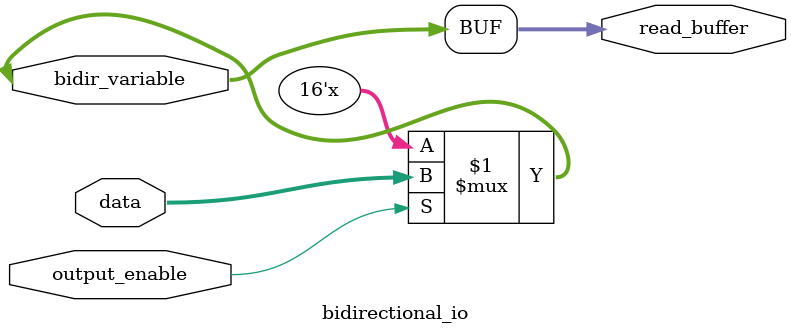
<source format=v>
module bidirectional_io #(
	parameter WIDTH=16
)
(
	input output_enable,
	input [WIDTH-1:0] data,
	inout [WIDTH-1:0] bidir_variable,
	output [WIDTH-1:0] read_buffer
);
	
	// If we are using the bidir as an output, assign it an output value, 
	// otherwise assign it high-impedence
	assign bidir_variable = (output_enable ? data : {WIDTH{1'bz}});

	// Read in the current value of the bidir port, which comes either
	// from the input or from the previous assignment.
	assign read_buffer = bidir_variable;

endmodule
</source>
